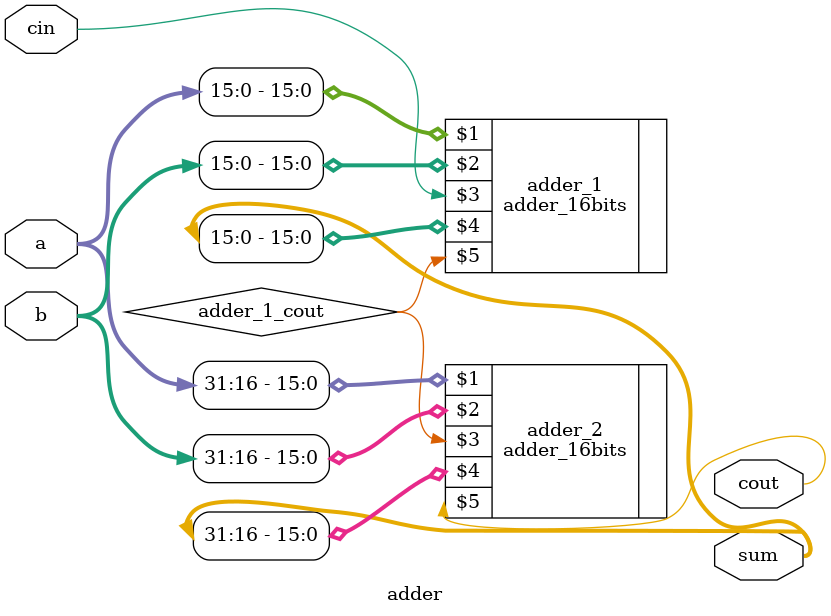
<source format=v>
module adder (input [31:0] a, input [31:0] b, input cin, output [31:0] sum, output cout);
	// 32 Bits Carry Lookahead Adder
	
	wire adder_1_cout;
	
	
	adder_16bits adder_1 (a[15:0], b[15:0], cin, sum[15:0], adder_1_cout);
	adder_16bits adder_2 (a[31:16], b[31:16], adder_1_cout, sum[31:16], cout);


endmodule
</source>
